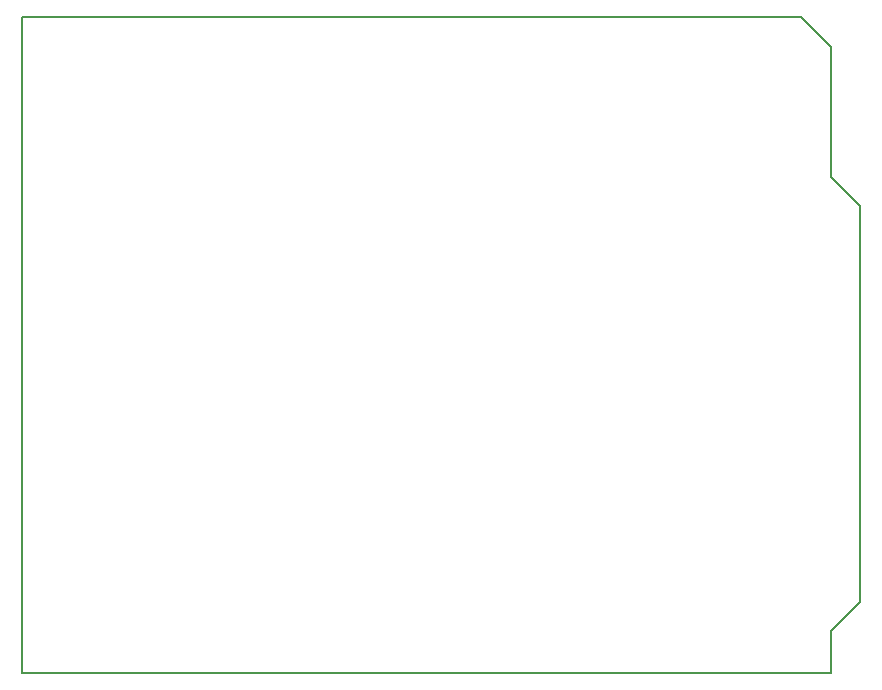
<source format=gbr>
G04 (created by PCBNEW (2013-jul-07)-stable) date Thu 12 Feb 2015 08:58:08 CET*
%MOIN*%
G04 Gerber Fmt 3.4, Leading zero omitted, Abs format*
%FSLAX34Y34*%
G01*
G70*
G90*
G04 APERTURE LIST*
%ADD10C,0.00590551*%
G04 APERTURE END LIST*
G54D10*
X31102Y-4921D02*
X30905Y-4921D01*
X32086Y-5905D02*
X31102Y-4921D01*
X32086Y-10236D02*
X32086Y-5905D01*
X33070Y-11220D02*
X32086Y-10236D01*
X33070Y-24409D02*
X33070Y-11220D01*
X32086Y-25393D02*
X33070Y-24409D01*
X32086Y-26771D02*
X32086Y-25393D01*
X5118Y-26771D02*
X32086Y-26771D01*
X5118Y-4921D02*
X5118Y-26771D01*
X30905Y-4921D02*
X5118Y-4921D01*
M02*

</source>
